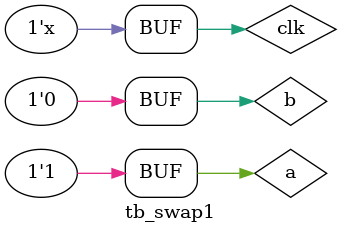
<source format=v>
module swap1 (clk);
  	input clk;
	integer a,b;
  always @(posedge clk) begin
    a<=b;  
end
  always @(posedge clk) begin
    b<=a;
  end
    
endmodule

module tb_swap1 (
    
);
    reg a,b;
//     wire b;
    initial begin
        a=1;
        b=0;
      clk=0;
        $monitor("a=%0a,b=%0b",a,b);
    end
  always clk=~clk;
  swap1 a1(clk);
endmodule
</source>
